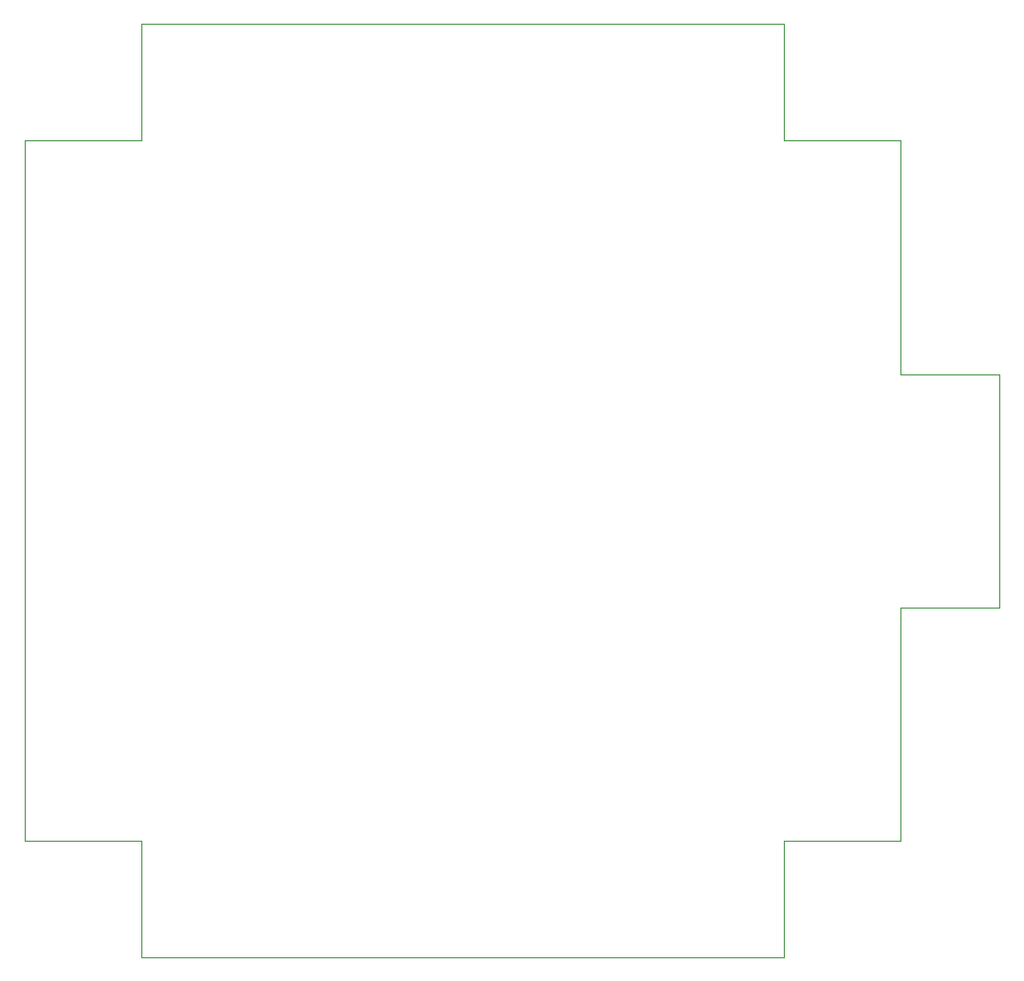
<source format=gbr>
%TF.GenerationSoftware,KiCad,Pcbnew,9.0.2*%
%TF.CreationDate,2025-05-28T10:28:05-07:00*%
%TF.ProjectId,8_Ch_Connector_CAEN_Adapter,385f4368-5f43-46f6-9e6e-6563746f725f,rev?*%
%TF.SameCoordinates,Original*%
%TF.FileFunction,Profile,NP*%
%FSLAX46Y46*%
G04 Gerber Fmt 4.6, Leading zero omitted, Abs format (unit mm)*
G04 Created by KiCad (PCBNEW 9.0.2) date 2025-05-28 10:28:05*
%MOMM*%
%LPD*%
G01*
G04 APERTURE LIST*
%TA.AperFunction,Profile*%
%ADD10C,0.050000*%
%TD*%
G04 APERTURE END LIST*
D10*
X135000000Y-55000000D02*
X135000000Y-45000000D01*
X135000000Y-55000000D02*
X125000000Y-55000000D01*
X125000000Y-115000000D02*
X125000000Y-55000000D01*
X135000000Y-115000000D02*
X125000000Y-115000000D01*
X135000000Y-125000000D02*
X135000000Y-115000000D01*
X190000000Y-125000000D02*
X135000000Y-125000000D01*
X190000000Y-115000000D02*
X190000000Y-125000000D01*
X200000000Y-115000000D02*
X190000000Y-115000000D01*
X200000000Y-95000000D02*
X200000000Y-115000000D01*
X200000000Y-95000000D02*
X208500000Y-95000000D01*
X208500000Y-75000000D02*
X208500000Y-95000000D01*
X208500000Y-75000000D02*
X200000000Y-75000000D01*
X200000000Y-55000000D02*
X200000000Y-75000000D01*
X200000000Y-55000000D02*
X190000000Y-55000000D01*
X190000000Y-45000000D02*
X190000000Y-55000000D01*
X135000000Y-45000000D02*
X190000000Y-45000000D01*
M02*

</source>
